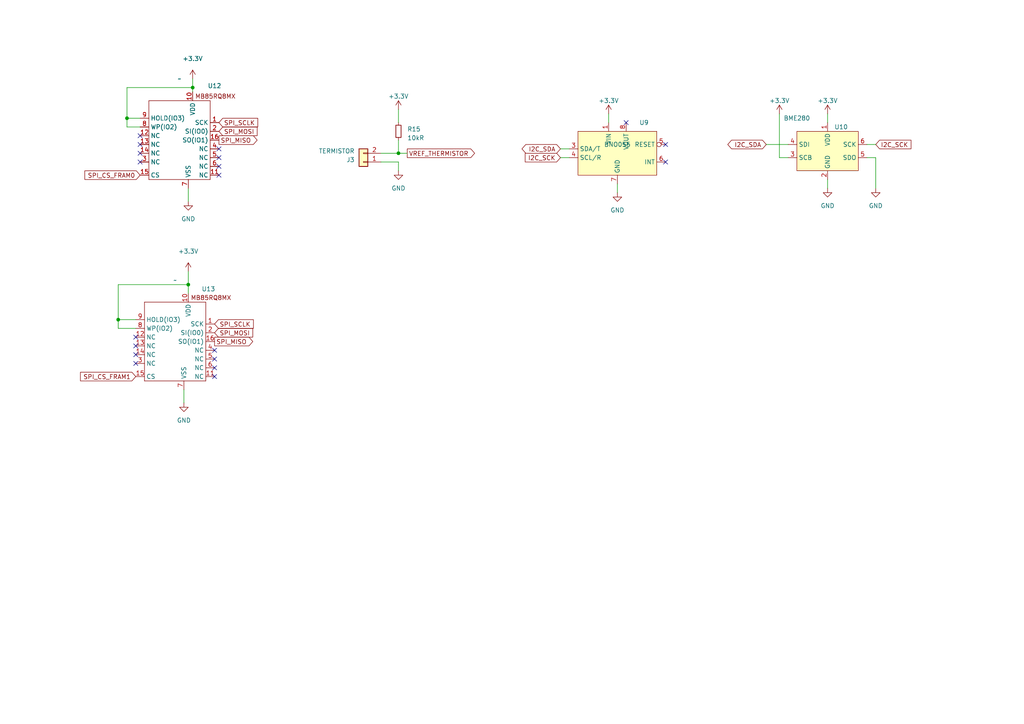
<source format=kicad_sch>
(kicad_sch (version 20250114) (generator "eeschema") (generator_version "9.0")
  (paper "A4")
  (lib_symbols
    (symbol "Akizuki_BME280_Module:BME280"
      (property "Reference" "U" (at 12.7 2.54 0))
      (symbol "BME280_1_1"
        (rectangle (start 0 0) (end 17.78 -11.43) (fill (type background)))
        (pin input line (at -2.54 -3.81 0) (length 2.54) (name "SDI") (number "4"))
        (pin power_in line (at -2.54 -7.62 0) (length 2.54) (name "SCB") (number "3"))
        (pin power_in line (at 8.89 2.54 270) (length 2.54) (name "VDD") (number "1"))
        (pin power_in line (at 8.89 -13.97 90) (length 2.54) (name "GND") (number "2"))
        (pin input line (at 20.32 -3.81 180) (length 2.54) (name "SCK") (number "6"))
        (pin output line (at 20.32 -7.62 180) (length 2.54) (name "SDO") (number "5"))
      )
    )
    (symbol "Akizuki_BNO055_Module:BNO055"
      (property "Reference" "U" (at 6.35 5.08 0))
      (symbol "BNO055_1_1"
        (rectangle (start -11.43 3.81) (end 11.43 -8.89) (fill (type background)))
        (pin bidirectional line (at -13.97 -1.27 0) (length 2.54) (name "SDA/T") (number "3"))
        (pin bidirectional line (at -13.97 -3.81 0) (length 2.54) (name "SCL/R") (number "4"))
        (pin power_in line (at -2.54 6.35 270) (length 2.54) (name "VIN") (number "1"))
        (pin power_in line (at 0 -11.43 90) (length 2.54) (name "GND") (number "7"))
        (pin power_out line (at 2.54 6.35 270) (length 2.54) (name "VOUT") (number "8"))
        (pin input inverted (at 13.97 0 180) (length 2.54) (name "RESET") (number "5"))
        (pin output line (at 13.97 -5.08 180) (length 2.54) (name "INT") (number "6"))
      )
    )
    (symbol "Connector_Generic:Conn_01x02" (pin_names (offset 1.016) (hide yes))
      (property "Reference" "J" (at 0 2.54 0))
      (property "Value" "Conn_01x02" (at 0 -5.08 0))
      (symbol "Conn_01x02_1_1"
        (rectangle (start -1.27 1.27) (end 1.27 -3.81) (stroke (width 0.254)) (fill (type background)))
        (rectangle (start -1.27 0.127) (end 0 -0.127) (stroke (width 0.1524)))
        (rectangle (start -1.27 -2.413) (end 0 -2.667) (stroke (width 0.1524)))
        (pin passive line (at -5.08 0 0) (length 3.81) (name "Pin_1") (number "1"))
        (pin passive line (at -5.08 -2.54 0) (length 3.81) (name "Pin_2") (number "2"))
      )
    )
    (symbol "Device:R_Small" (pin_numbers (hide yes)) (pin_names (offset 0.254) (hide yes))
      (property "Reference" "R" (at 0.762 0.508 0))
      (property "Value" "R_Small" (at 0.762 -1.016 0))
      (symbol "R_Small_0_1"
        (rectangle (start -0.762 1.778) (end 0.762 -1.778) (stroke (width 0.2032)))
      )
      (symbol "R_Small_1_1"
        (pin passive line (at 0 2.54 270) (length 0.762) (name "~") (number "1"))
        (pin passive line (at 0 -2.54 90) (length 0.762) (name "~") (number "2"))
      )
    )
    (symbol "MB85RQ8MX_sym:MB85RQMX"
      (property "Reference" "U" (at 16.51 2.032 0))
      (symbol "MB85RQMX_0_1"
        (rectangle (start -2.54 -1.27) (end -2.54 -24.13))
        (rectangle (start -2.54 -24.13) (end 15.24 -24.13))
        (rectangle (start 15.24 -1.27) (end -2.54 -1.27))
        (rectangle (start 15.24 -24.13) (end 15.24 -1.27))
      )
      (symbol "MB85RQMX_1_1"
        (text "MB85RQ8MX" (at 16.764 0 0) (effects (font (size 1.27 1.27))))
        (pin input line (at -5.08 -6.35 0) (length 2.54) (name "HOLD(IO3)") (number "9"))
        (pin input line (at -5.08 -8.89 0) (length 2.54) (name "WP(IO2)") (number "8"))
        (pin input line (at -5.08 -11.43 0) (length 2.54) (name "NC") (number "12"))
        (pin input line (at -5.08 -13.97 0) (length 2.54) (name "NC") (number "13"))
        (pin input line (at -5.08 -16.51 0) (length 2.54) (name "NC") (number "14"))
        (pin input line (at -5.08 -19.05 0) (length 2.54) (name "NC") (number "3"))
        (pin input line (at -5.08 -22.86 0) (length 2.54) (name "CS") (number "15"))
        (pin input line (at 8.89 -26.67 90) (length 2.54) (name "VSS") (number "7"))
        (pin input line (at 10.16 1.27 270) (length 2.54) (name "VDD") (number "10"))
        (pin input line (at 17.78 -7.62 180) (length 2.54) (name "SCK") (number "1"))
        (pin input line (at 17.78 -10.16 180) (length 2.54) (name "SI(IO0)") (number "2"))
        (pin input line (at 17.78 -12.7 180) (length 2.54) (name "SO(IO1)") (number "16"))
        (pin input line (at 17.78 -15.24 180) (length 2.54) (name "NC") (number "4"))
        (pin input line (at 17.78 -17.78 180) (length 2.54) (name "NC") (number "5"))
        (pin input line (at 17.78 -20.32 180) (length 2.54) (name "NC") (number "6"))
        (pin input line (at 17.78 -22.86 180) (length 2.54) (name "NC") (number "11"))
      )
    )
    (symbol "MB85RQMX_1"
      (property "Reference" "U" (at 16.51 2.032 0))
      (symbol "MB85RQMX_1_0_1"
        (rectangle (start -2.54 -1.27) (end -2.54 -24.13))
        (rectangle (start -2.54 -24.13) (end 15.24 -24.13))
        (rectangle (start 15.24 -1.27) (end -2.54 -1.27))
        (rectangle (start 15.24 -24.13) (end 15.24 -1.27))
      )
      (symbol "MB85RQMX_1_1_1"
        (text "MB85RQ8MX" (at 16.764 0 0) (effects (font (size 1.27 1.27))))
        (pin input line (at -5.08 -6.35 0) (length 2.54) (name "HOLD(IO3)") (number "9"))
        (pin input line (at -5.08 -8.89 0) (length 2.54) (name "WP(IO2)") (number "8"))
        (pin input line (at -5.08 -11.43 0) (length 2.54) (name "NC") (number "12"))
        (pin input line (at -5.08 -13.97 0) (length 2.54) (name "NC") (number "13"))
        (pin input line (at -5.08 -16.51 0) (length 2.54) (name "NC") (number "14"))
        (pin input line (at -5.08 -19.05 0) (length 2.54) (name "NC") (number "3"))
        (pin input line (at -5.08 -22.86 0) (length 2.54) (name "CS") (number "15"))
        (pin input line (at 8.89 -26.67 90) (length 2.54) (name "VSS") (number "7"))
        (pin input line (at 10.16 1.27 270) (length 2.54) (name "VDD") (number "10"))
        (pin input line (at 17.78 -7.62 180) (length 2.54) (name "SCK") (number "1"))
        (pin input line (at 17.78 -10.16 180) (length 2.54) (name "SI(IO0)") (number "2"))
        (pin input line (at 17.78 -12.7 180) (length 2.54) (name "SO(IO1)") (number "16"))
        (pin input line (at 17.78 -15.24 180) (length 2.54) (name "NC") (number "4"))
        (pin input line (at 17.78 -17.78 180) (length 2.54) (name "NC") (number "5"))
        (pin input line (at 17.78 -20.32 180) (length 2.54) (name "NC") (number "6"))
        (pin input line (at 17.78 -22.86 180) (length 2.54) (name "NC") (number "11"))
      )
    )
    (symbol "power:+3.3V" (power) (pin_names (offset 0))
      (property "Value" "+3.3V" (at 0 3.556 0))
      (symbol "+3.3V_0_1"
        (polyline (pts (xy -0.762 1.27) (xy 0 2.54)))
        (polyline (pts (xy 0 2.54) (xy 0.762 1.27)))
        (polyline (pts (xy 0 0) (xy 0 2.54)))
      )
      (symbol "+3.3V_1_1"
        (pin power_in line (at 0 0 90) (length 0) (hide yes) (name "+3.3V") (number "1"))
      )
    )
    (symbol "power:GND" (power) (pin_names (offset 0))
      (property "Value" "GND" (at 0 -3.81 0))
      (symbol "GND_0_1"
        (polyline (pts (xy 0 0) (xy 0 -1.27) (xy 1.27 -1.27) (xy 0 -2.54) (xy -1.27 -1.27) (xy 0 -1.27)))
      )
      (symbol "GND_1_1"
        (pin power_in line (at 0 0 270) (length 0) (hide yes) (name "GND") (number "1"))
      )
    )
  )
  (junction (at 55.88 25.4))
  (junction (at 54.61 82.55))
  (junction (at 115.57 44.45))
  (junction (at 34.29 92.71))
  (junction (at 36.83 34.29))
  (no_connect (at 40.64 41.91))
  (no_connect (at 39.37 97.79))
  (no_connect (at 62.23 104.14))
  (no_connect (at 39.37 105.41))
  (no_connect (at 63.5 43.18))
  (no_connect (at 40.64 39.37))
  (no_connect (at 181.61 35.56))
  (no_connect (at 63.5 50.8))
  (no_connect (at 63.5 48.26))
  (no_connect (at 62.23 101.6))
  (no_connect (at 63.5 45.72))
  (no_connect (at 193.04 41.91))
  (no_connect (at 39.37 102.87))
  (no_connect (at 39.37 100.33))
  (no_connect (at 193.04 46.99))
  (no_connect (at 62.23 109.22))
  (no_connect (at 62.23 106.68))
  (no_connect (at 40.64 44.45))
  (no_connect (at 40.64 46.99))
  (wire (pts (xy 36.83 34.29) (xy 36.83 25.4)))
  (wire (pts (xy 55.88 25.4) (xy 55.88 26.67)))
  (wire (pts (xy 162.56 45.72) (xy 165.1 45.72)))
  (wire (pts (xy 54.61 54.61) (xy 54.61 58.42)))
  (wire (pts (xy 254 54.61) (xy 254 45.72)))
  (wire (pts (xy 54.61 82.55) (xy 54.61 85.09)))
  (wire (pts (xy 53.34 113.03) (xy 53.34 116.84)))
  (wire (pts (xy 36.83 25.4) (xy 55.88 25.4)))
  (wire (pts (xy 34.29 92.71) (xy 34.29 82.55)))
  (wire (pts (xy 34.29 92.71) (xy 39.37 92.71)))
  (wire (pts (xy 110.49 46.99) (xy 115.57 46.99)))
  (wire (pts (xy 40.64 36.83) (xy 36.83 36.83)))
  (wire (pts (xy 179.07 53.34) (xy 179.07 55.88)))
  (wire (pts (xy 110.49 44.45) (xy 115.57 44.45)))
  (wire (pts (xy 39.37 95.25) (xy 34.29 95.25)))
  (wire (pts (xy 162.56 43.18) (xy 165.1 43.18)))
  (wire (pts (xy 222.25 41.91) (xy 228.6 41.91)))
  (wire (pts (xy 254 45.72) (xy 251.46 45.72)))
  (wire (pts (xy 36.83 36.83) (xy 36.83 34.29)))
  (wire (pts (xy 55.88 22.86) (xy 55.88 25.4)))
  (wire (pts (xy 226.06 45.72) (xy 228.6 45.72)))
  (wire (pts (xy 254 41.91) (xy 251.46 41.91)))
  (wire (pts (xy 115.57 49.53) (xy 115.57 46.99)))
  (wire (pts (xy 34.29 95.25) (xy 34.29 92.71)))
  (wire (pts (xy 115.57 44.45) (xy 118.11 44.45)))
  (wire (pts (xy 34.29 82.55) (xy 54.61 82.55)))
  (wire (pts (xy 176.53 33.02) (xy 176.53 35.56)))
  (wire (pts (xy 36.83 34.29) (xy 40.64 34.29)))
  (wire (pts (xy 240.03 54.61) (xy 240.03 52.07)))
  (wire (pts (xy 54.61 78.74) (xy 54.61 82.55)))
  (wire (pts (xy 240.03 33.02) (xy 240.03 35.56)))
  (wire (pts (xy 115.57 31.75) (xy 115.57 35.56)))
  (wire (pts (xy 226.06 33.02) (xy 226.06 45.72)))
  (wire (pts (xy 115.57 40.64) (xy 115.57 44.45)))
  (global_label "SPI_MISO" (shape output) (at 63.5 40.64 0) (property "Intersheetrefs" "${INTERSHEET_REFS}" (effects (hide yes))))
  (global_label "SPI_CS_FRAM1" (shape input) (at 39.37 109.22 180) (property "Intersheetrefs" "${INTERSHEET_REFS}" (effects (hide yes))))
  (global_label "SPI_CS_FRAM0" (shape input) (at 40.64 50.8 180) (property "Intersheetrefs" "${INTERSHEET_REFS}" (effects (hide yes))))
  (global_label "SPI_MOSI" (shape input) (at 62.23 96.52 0) (property "Intersheetrefs" "${INTERSHEET_REFS}" (effects (hide yes))))
  (global_label "SPI_MOSI" (shape input) (at 63.5 38.1 0) (property "Intersheetrefs" "${INTERSHEET_REFS}" (effects (hide yes))))
  (global_label "SPI_SCLK" (shape input) (at 62.23 93.98 0) (property "Intersheetrefs" "${INTERSHEET_REFS}" (effects (hide yes))))
  (global_label "SPI_MISO" (shape output) (at 62.23 99.06 0) (property "Intersheetrefs" "${INTERSHEET_REFS}" (effects (hide yes))))
  (global_label "SPI_SCLK" (shape input) (at 63.5 35.56 0) (property "Intersheetrefs" "${INTERSHEET_REFS}" (effects (hide yes))))
  (global_label "I2C_SCK" (shape input) (at 254 41.91 0) (property "Intersheetrefs" "${INTERSHEET_REFS}" (effects (hide yes))))
  (global_label "VREF_THERMISTOR" (shape output) (at 118.11 44.45 0) (property "Intersheetrefs" "${INTERSHEET_REFS}" (effects (hide yes))))
  (global_label "I2C_SDA" (shape bidirectional) (at 162.56 43.18 180) (property "Intersheetrefs" "${INTERSHEET_REFS}" (effects (hide yes))))
  (global_label "I2C_SDA" (shape bidirectional) (at 222.25 41.91 180) (property "Intersheetrefs" "${INTERSHEET_REFS}" (effects (hide yes))))
  (global_label "I2C_SCK" (shape input) (at 162.56 45.72 180) (property "Intersheetrefs" "${INTERSHEET_REFS}" (effects (hide yes))))
  (symbol (lib_id "MB85RQ8MX_sym:MB85RQMX") (at 44.45 86.36 0) (unit 1)
    (property "Reference" "U13" (at 60.452 83.82 0))
    (property "Value" "~" (at 50.8 81.28 0))
    (property "Footprint" "MB85RQ8MX:MB85RQ8MX" (effects (hide yes)))
  )
  (symbol (lib_id "power:GND") (at 254 54.61 0) (unit 1)
    (property "Reference" "#PWR046" (effects (hide yes)))
    (property "Value" "GND" (at 254 59.69 0))
  )
  (symbol (lib_name "MB85RQMX_1") (lib_id "MB85RQ8MX_sym:MB85RQMX") (at 45.72 27.94 0) (unit 1)
    (property "Reference" "U12" (at 62.23 24.892 0))
    (property "Value" "~" (at 52.07 22.86 0))
    (property "Footprint" "MB85RQ8MX:MB85RQ8MX" (effects (hide yes)))
  )
  (symbol (lib_id "power:GND") (at 240.03 54.61 0) (unit 1)
    (property "Reference" "#PWR045" (effects (hide yes)))
    (property "Value" "GND" (at 240.03 59.69 0))
  )
  (symbol (lib_id "power:GND") (at 179.07 55.88 0) (unit 1)
    (property "Reference" "#PWR042" (effects (hide yes)))
    (property "Value" "GND" (at 179.07 60.96 0))
  )
  (symbol (lib_id "Akizuki_BNO055_Module:BNO055") (at 179.07 41.91 0) (unit 1)
    (property "Reference" "U9" (at 185.42 35.56 0) (effects (justify left)))
    (property "Value" "BNO055" (at 179.07 41.91 0))
    (property "Footprint" "TSRP_IC:AE-BNO055-BO" (effects (hide yes)))
    (property "Datasheet" "https://akizukidenshi.com/catalog/g/gK-16996/" (effects (hide yes)))
  )
  (symbol (lib_id "power:+3.3V") (at 226.06 33.02 0) (unit 1)
    (property "Reference" "#PWR043" (effects (hide yes)))
    (property "Value" "+3.3V" (at 226.06 29.21 0))
  )
  (symbol (lib_id "power:+3.3V") (at 176.53 33.02 0) (unit 1)
    (property "Reference" "#PWR041" (effects (hide yes)))
    (property "Value" "+3.3V" (at 176.53 29.21 0))
  )
  (symbol (lib_id "power:+3.3V") (at 115.57 31.75 0) (unit 1)
    (property "Reference" "#PWR039" (effects (hide yes)))
    (property "Value" "+3.3V" (at 115.57 27.94 0))
  )
  (symbol (lib_id "power:+3.3V") (at 55.88 22.86 0) (unit 1)
    (property "Reference" "#PWR053" (effects (hide yes)))
    (property "Value" "+3.3V" (at 55.88 17.018 0))
  )
  (symbol (lib_id "Akizuki_BME280_Module:BME280") (at 231.14 38.1 0) (unit 1)
    (property "Reference" "U10" (at 241.9859 36.83 0) (effects (justify left)))
    (property "Value" "BME280" (at 231.14 34.29 0))
    (property "Footprint" "Akizuki_BME280_Module:BME280" (effects (hide yes)))
    (property "Datasheet" "https://akizukidenshi.com/catalog/g/gK-09421/" (effects (hide yes)))
  )
  (symbol (lib_id "power:+3.3V") (at 54.61 78.74 0) (unit 1)
    (property "Reference" "#PWR054" (effects (hide yes)))
    (property "Value" "+3.3V" (at 54.61 72.898 0))
  )
  (symbol (lib_id "power:+3.3V") (at 240.03 33.02 0) (unit 1)
    (property "Reference" "#PWR044" (effects (hide yes)))
    (property "Value" "+3.3V" (at 240.03 29.21 0))
  )
  (symbol (lib_id "power:GND") (at 53.34 116.84 0) (unit 1)
    (property "Reference" "#PWR052" (effects (hide yes)))
    (property "Value" "GND" (at 53.34 121.92 0))
  )
  (symbol (lib_id "power:GND") (at 54.61 58.42 0) (unit 1)
    (property "Reference" "#PWR051" (effects (hide yes)))
    (property "Value" "GND" (at 54.61 63.5 0))
  )
  (symbol (lib_id "Device:R_Small") (at 115.57 38.1 0) (unit 1)
    (property "Reference" "R15" (at 118.11 37.465 0) (effects (justify left)))
    (property "Value" "10kR" (at 118.11 40.005 0) (effects (justify left)))
    (property "Footprint" "Resistor_SMD:R_0603_1608Metric_Pad0.98x0.95mm_HandSolder" (effects (hide yes)))
    (property "Datasheet" "https://www.chip1stop.com/view/dispDetail/DispDetail?partId=ROHM-0021098" (effects (hide yes)))
  )
  (symbol (lib_id "power:GND") (at 115.57 49.53 0) (unit 1)
    (property "Reference" "#PWR040" (effects (hide yes)))
    (property "Value" "GND" (at 115.57 54.61 0))
  )
  (symbol (lib_id "Connector_Generic:Conn_01x02") (at 105.41 46.99 180) (unit 1)
    (property "Reference" "J3" (at 102.87 46.355 0) (effects (justify left)))
    (property "Value" "TERMISTOR" (at 102.87 43.815 0) (effects (justify left)))
    (property "Footprint" "TSRP_Connector:DF1B-2S-2.5R" (effects (hide yes)))
    (property "Description" "Generic connector, single row, 01x02, script generated (kicad-library-utils/schlib/autogen/connector/)" (effects (hide yes)))
  )
)
</source>
